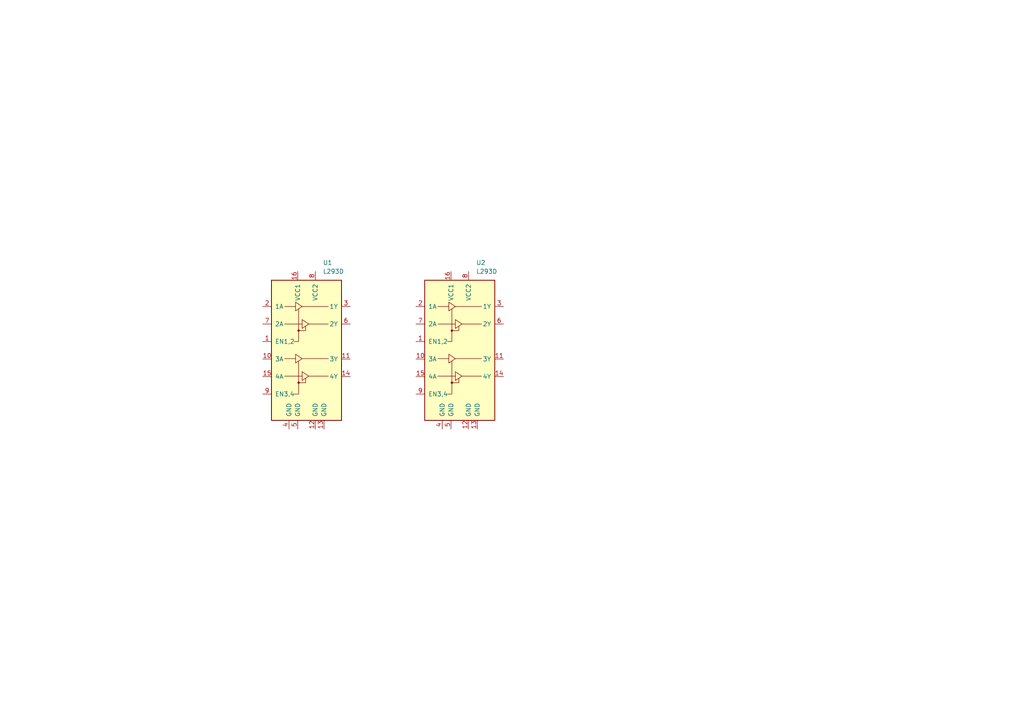
<source format=kicad_sch>
(kicad_sch (version 20230121) (generator eeschema)
  (paper "A4")
  (lib_symbols
    (symbol "Driver_Motor:L293D" (pin_names (offset 1.016))
      (property "Reference" "U" (at -5.08 26.035 0))
      (property "Value" "L293D" (at -5.08 24.13 0))
      (symbol "L293D_0_1"
        (rectangle (start -10.16 22.86) (end 10.16 -17.78) (stroke (width 0.254)) (fill (type background)))
        (circle (center -2.286 -6.858) (radius 0.254) (fill (type outline)))
        (circle (center -2.286 8.255) (radius 0.254) (fill (type outline)))
        (polyline (pts (xy -6.35 -4.953) (xy -1.27 -4.953)))
        (polyline (pts (xy -6.35 0.127) (xy -3.175 0.127)))
        (polyline (pts (xy -6.35 10.16) (xy -1.27 10.16)))
        (polyline (pts (xy -6.35 15.24) (xy -3.175 15.24)))
        (polyline (pts (xy -1.27 0.127) (xy 6.35 0.127)))
        (polyline (pts (xy -1.27 15.24) (xy 6.35 15.24)))
        (polyline (pts (xy 0.635 -4.953) (xy 6.35 -4.953)))
        (polyline (pts (xy 0.635 10.16) (xy 6.35 10.16)))
        (polyline (pts (xy -2.286 -6.858) (xy -0.254 -6.858) (xy -0.254 -5.588)))
        (polyline (pts (xy -2.286 -0.635) (xy -2.286 -10.16) (xy -3.556 -10.16)))
        (polyline (pts (xy -2.286 8.255) (xy -0.254 8.255) (xy -0.254 9.525)))
        (polyline (pts (xy -2.286 14.478) (xy -2.286 5.08) (xy -3.556 5.08)))
        (polyline (pts (xy -3.175 1.397) (xy -3.175 -1.143) (xy -1.27 0.127) (xy -3.175 1.397)))
        (polyline (pts (xy -3.175 16.51) (xy -3.175 13.97) (xy -1.27 15.24) (xy -3.175 16.51)))
        (polyline (pts (xy -1.27 -3.683) (xy -1.27 -6.223) (xy 0.635 -4.953) (xy -1.27 -3.683)))
        (polyline (pts (xy -1.27 11.43) (xy -1.27 8.89) (xy 0.635 10.16) (xy -1.27 11.43)))
      )
      (symbol "L293D_1_1"
        (pin input line (at -12.7 5.08 0) (length 2.54) (name "EN1,2") (number "1"))
        (pin input line (at -12.7 0 0) (length 2.54) (name "3A") (number "10"))
        (pin output line (at 12.7 0 180) (length 2.54) (name "3Y") (number "11"))
        (pin power_in line (at 2.54 -20.32 90) (length 2.54) (name "GND") (number "12"))
        (pin power_in line (at 5.08 -20.32 90) (length 2.54) (name "GND") (number "13"))
        (pin output line (at 12.7 -5.08 180) (length 2.54) (name "4Y") (number "14"))
        (pin input line (at -12.7 -5.08 0) (length 2.54) (name "4A") (number "15"))
        (pin power_in line (at -2.54 25.4 270) (length 2.54) (name "VCC1") (number "16"))
        (pin input line (at -12.7 15.24 0) (length 2.54) (name "1A") (number "2"))
        (pin output line (at 12.7 15.24 180) (length 2.54) (name "1Y") (number "3"))
        (pin power_in line (at -5.08 -20.32 90) (length 2.54) (name "GND") (number "4"))
        (pin power_in line (at -2.54 -20.32 90) (length 2.54) (name "GND") (number "5"))
        (pin output line (at 12.7 10.16 180) (length 2.54) (name "2Y") (number "6"))
        (pin input line (at -12.7 10.16 0) (length 2.54) (name "2A") (number "7"))
        (pin power_in line (at 2.54 25.4 270) (length 2.54) (name "VCC2") (number "8"))
        (pin input line (at -12.7 -10.16 0) (length 2.54) (name "EN3,4") (number "9"))
      )
    )
  )
  (symbol (lib_id "Driver_Motor:L293D") (at 88.9 104.14 0) (unit 1)
    (property "Reference" "U1" (at 93.6341 76.2 0) (effects (justify left)))
    (property "Value" "L293D" (at 93.6341 78.74 0) (effects (justify left)))
    (property "Footprint" "Package_DIP:DIP-16_W7.62mm" (effects hide))
    (property "Datasheet" "http://www.ti.com/lit/ds/symlink/l293.pdf" (effects hide))
  )
  (symbol (lib_id "Driver_Motor:L293D") (at 133.35 104.14 0) (unit 1)
    (property "Reference" "U2" (at 138.0841 76.2 0) (effects (justify left)))
    (property "Value" "L293D" (at 138.0841 78.74 0) (effects (justify left)))
    (property "Footprint" "Package_DIP:DIP-16_W7.62mm" (effects hide))
    (property "Datasheet" "http://www.ti.com/lit/ds/symlink/l293.pdf" (effects hide))
  )
)
</source>
